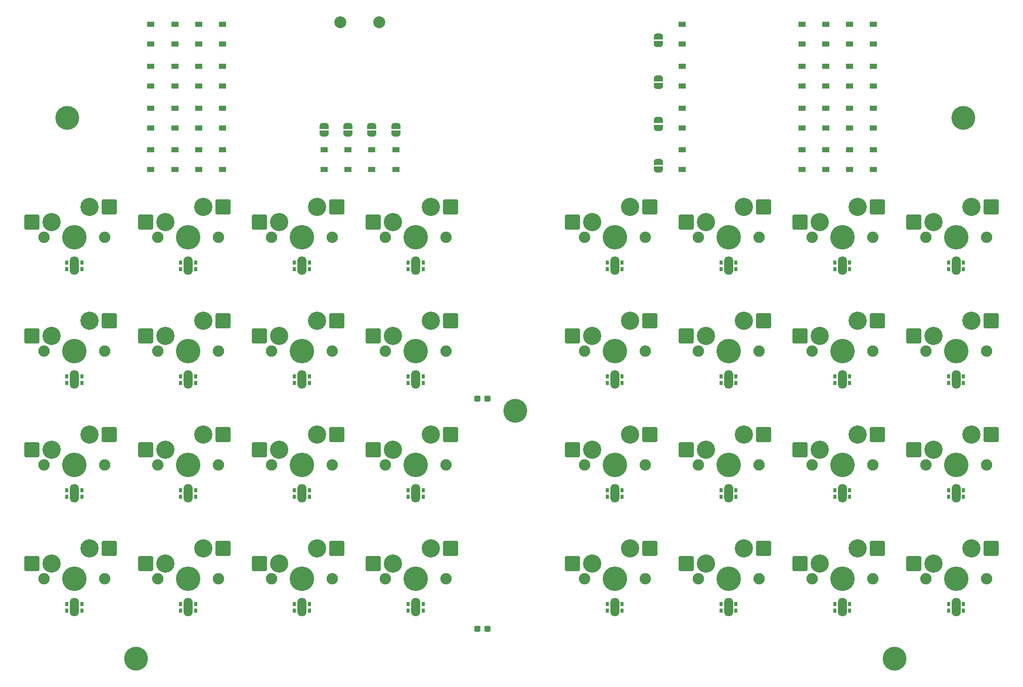
<source format=gbr>
%TF.GenerationSoftware,KiCad,Pcbnew,(6.0.1)*%
%TF.CreationDate,2022-06-19T08:49:54+09:00*%
%TF.ProjectId,yuiop32dm-main,7975696f-7033-4326-946d-2d6d61696e2e,1*%
%TF.SameCoordinates,Original*%
%TF.FileFunction,Soldermask,Bot*%
%TF.FilePolarity,Negative*%
%FSLAX46Y46*%
G04 Gerber Fmt 4.6, Leading zero omitted, Abs format (unit mm)*
G04 Created by KiCad (PCBNEW (6.0.1)) date 2022-06-19 08:49:54*
%MOMM*%
%LPD*%
G01*
G04 APERTURE LIST*
G04 Aperture macros list*
%AMRoundRect*
0 Rectangle with rounded corners*
0 $1 Rounding radius*
0 $2 $3 $4 $5 $6 $7 $8 $9 X,Y pos of 4 corners*
0 Add a 4 corners polygon primitive as box body*
4,1,4,$2,$3,$4,$5,$6,$7,$8,$9,$2,$3,0*
0 Add four circle primitives for the rounded corners*
1,1,$1+$1,$2,$3*
1,1,$1+$1,$4,$5*
1,1,$1+$1,$6,$7*
1,1,$1+$1,$8,$9*
0 Add four rect primitives between the rounded corners*
20,1,$1+$1,$2,$3,$4,$5,0*
20,1,$1+$1,$4,$5,$6,$7,0*
20,1,$1+$1,$6,$7,$8,$9,0*
20,1,$1+$1,$8,$9,$2,$3,0*%
%AMFreePoly0*
4,1,22,0.500000,-0.750000,0.000000,-0.750000,0.000000,-0.745033,-0.079941,-0.743568,-0.215256,-0.701293,-0.333266,-0.622738,-0.424486,-0.514219,-0.481581,-0.384460,-0.499164,-0.250000,-0.500000,-0.250000,-0.500000,0.250000,-0.499164,0.250000,-0.499963,0.256109,-0.478152,0.396186,-0.417904,0.524511,-0.324060,0.630769,-0.204165,0.706417,-0.067858,0.745374,0.000000,0.744959,0.000000,0.750000,
0.500000,0.750000,0.500000,-0.750000,0.500000,-0.750000,$1*%
%AMFreePoly1*
4,1,20,0.000000,0.744959,0.073905,0.744508,0.209726,0.703889,0.328688,0.626782,0.421226,0.519385,0.479903,0.390333,0.500000,0.250000,0.500000,-0.250000,0.499851,-0.262216,0.476331,-0.402017,0.414519,-0.529596,0.319384,-0.634700,0.198574,-0.708877,0.061801,-0.746166,0.000000,-0.745033,0.000000,-0.750000,-0.500000,-0.750000,-0.500000,0.750000,0.000000,0.750000,0.000000,0.744959,
0.000000,0.744959,$1*%
G04 Aperture macros list end*
%ADD10C,1.900000*%
%ADD11C,3.050000*%
%ADD12C,4.100000*%
%ADD13C,1.000000*%
%ADD14RoundRect,0.250000X-1.025000X-1.000000X1.025000X-1.000000X1.025000X1.000000X-1.025000X1.000000X0*%
%ADD15R,1.200000X0.900000*%
%ADD16O,1.500000X3.150000*%
%ADD17R,0.600000X0.700000*%
%ADD18C,4.000000*%
%ADD19C,2.000000*%
%ADD20FreePoly0,90.000000*%
%ADD21FreePoly1,90.000000*%
%ADD22FreePoly0,270.000000*%
%ADD23FreePoly1,270.000000*%
%ADD24RoundRect,0.237500X0.300000X0.237500X-0.300000X0.237500X-0.300000X-0.237500X0.300000X-0.237500X0*%
G04 APERTURE END LIST*
D10*
%TO.C,KSW14*%
X199688750Y-128100000D03*
D11*
X200958750Y-125560000D03*
D10*
X209848750Y-128100000D03*
D11*
X207308750Y-123020000D03*
D12*
X204768750Y-128100000D03*
D13*
X197683750Y-125560000D03*
D14*
X197683750Y-125560000D03*
D13*
X210610750Y-123020000D03*
D14*
X210610750Y-123020000D03*
%TD*%
D15*
%TO.C,D30*%
X97000000Y-59650000D03*
X97000000Y-56350000D03*
%TD*%
%TO.C,D7*%
X202000000Y-45650000D03*
X202000000Y-42350000D03*
%TD*%
D16*
%TO.C,LED20*%
X166668750Y-113812500D03*
D17*
X165418750Y-113262500D03*
X165418750Y-114362500D03*
X167918750Y-114362500D03*
X167918750Y-113262500D03*
%TD*%
D15*
%TO.C,D39*%
X122000000Y-59650000D03*
X122000000Y-56350000D03*
%TD*%
D16*
%TO.C,LED15*%
X204768750Y-94762500D03*
D17*
X206018750Y-95312500D03*
X206018750Y-94212500D03*
X203518750Y-94212500D03*
X203518750Y-95312500D03*
%TD*%
D11*
%TO.C,KSW8*%
X162858750Y-87460000D03*
D12*
X166668750Y-90000000D03*
D11*
X169208750Y-84920000D03*
D10*
X171748750Y-90000000D03*
X161588750Y-90000000D03*
D13*
X159583750Y-87460000D03*
D14*
X159583750Y-87460000D03*
X172510750Y-84920000D03*
D13*
X172510750Y-84920000D03*
%TD*%
D16*
%TO.C,LED19*%
X185718750Y-113812500D03*
D17*
X184468750Y-113262500D03*
X184468750Y-114362500D03*
X186968750Y-114362500D03*
X186968750Y-113262500D03*
%TD*%
D15*
%TO.C,D25*%
X101000000Y-52650000D03*
X101000000Y-49350000D03*
%TD*%
%TO.C,D17*%
X101000000Y-38650000D03*
X101000000Y-35350000D03*
%TD*%
%TO.C,D23*%
X93000000Y-45650000D03*
X93000000Y-42350000D03*
%TD*%
D16*
%TO.C,LED1*%
X223818750Y-75712500D03*
D17*
X222568750Y-75162500D03*
X222568750Y-76262500D03*
X225068750Y-76262500D03*
X225068750Y-75162500D03*
%TD*%
D15*
%TO.C,D19*%
X93000000Y-38650000D03*
X93000000Y-35350000D03*
%TD*%
%TO.C,D1*%
X210000000Y-38650000D03*
X210000000Y-35350000D03*
%TD*%
%TO.C,D14*%
X206000000Y-59650000D03*
X206000000Y-56350000D03*
%TD*%
D18*
%TO.C,H4*%
X213500000Y-141500000D03*
%TD*%
D15*
%TO.C,D40*%
X118000000Y-59650000D03*
X118000000Y-56350000D03*
%TD*%
%TO.C,D16*%
X198000000Y-59650000D03*
X198000000Y-56350000D03*
%TD*%
%TO.C,D38*%
X126000000Y-59650000D03*
X126000000Y-56350000D03*
%TD*%
D16*
%TO.C,LED9*%
X76181250Y-94762500D03*
D17*
X77431250Y-95312500D03*
X77431250Y-94212500D03*
X74931250Y-94212500D03*
X74931250Y-95312500D03*
%TD*%
D15*
%TO.C,D33*%
X178000000Y-38650000D03*
X178000000Y-35350000D03*
%TD*%
D11*
%TO.C,KSW9*%
X226358750Y-103970000D03*
D12*
X223818750Y-109050000D03*
D10*
X228898750Y-109050000D03*
D11*
X220008750Y-106510000D03*
D10*
X218738750Y-109050000D03*
D13*
X216733750Y-106510000D03*
D14*
X216733750Y-106510000D03*
D13*
X229660750Y-103970000D03*
D14*
X229660750Y-103970000D03*
%TD*%
D12*
%TO.C,KSW5*%
X223818750Y-90000000D03*
D11*
X220008750Y-87460000D03*
D10*
X218738750Y-90000000D03*
X228898750Y-90000000D03*
D11*
X226358750Y-84920000D03*
D14*
X216733750Y-87460000D03*
D13*
X216733750Y-87460000D03*
X229660750Y-84920000D03*
D14*
X229660750Y-84920000D03*
%TD*%
D15*
%TO.C,D28*%
X89000000Y-52650000D03*
X89000000Y-49350000D03*
%TD*%
D19*
%TO.C,RSW1*%
X127250000Y-35000000D03*
X120750000Y-35000000D03*
%TD*%
D16*
%TO.C,LED13*%
X166668750Y-94762500D03*
D17*
X167918750Y-95312500D03*
X167918750Y-94212500D03*
X165418750Y-94212500D03*
X165418750Y-95312500D03*
%TD*%
D10*
%TO.C,KSW3*%
X180638750Y-70950000D03*
D12*
X185718750Y-70950000D03*
D10*
X190798750Y-70950000D03*
D11*
X188258750Y-65870000D03*
X181908750Y-68410000D03*
D13*
X178633750Y-68410000D03*
D14*
X178633750Y-68410000D03*
X191560750Y-65870000D03*
D13*
X191560750Y-65870000D03*
%TD*%
D10*
%TO.C,KSW26*%
X109201250Y-109050000D03*
D11*
X110471250Y-106510000D03*
X116821250Y-103970000D03*
D10*
X119361250Y-109050000D03*
D12*
X114281250Y-109050000D03*
D14*
X107196250Y-106510000D03*
D13*
X107196250Y-106510000D03*
X120123250Y-103970000D03*
D14*
X120123250Y-103970000D03*
%TD*%
D15*
%TO.C,D9*%
X210000000Y-52650000D03*
X210000000Y-49350000D03*
%TD*%
D11*
%TO.C,KSW24*%
X72371250Y-87460000D03*
D12*
X76181250Y-90000000D03*
D10*
X81261250Y-90000000D03*
D11*
X78721250Y-84920000D03*
D10*
X71101250Y-90000000D03*
D13*
X69096250Y-87460000D03*
D14*
X69096250Y-87460000D03*
D13*
X82023250Y-84920000D03*
D14*
X82023250Y-84920000D03*
%TD*%
D16*
%TO.C,LED6*%
X114281250Y-75712500D03*
D17*
X113031250Y-75162500D03*
X113031250Y-76262500D03*
X115531250Y-76262500D03*
X115531250Y-75162500D03*
%TD*%
D11*
%TO.C,KSW15*%
X188258750Y-123020000D03*
X181908750Y-125560000D03*
D10*
X190798750Y-128100000D03*
X180638750Y-128100000D03*
D12*
X185718750Y-128100000D03*
D14*
X178633750Y-125560000D03*
D13*
X178633750Y-125560000D03*
X191560750Y-123020000D03*
D14*
X191560750Y-123020000D03*
%TD*%
D10*
%TO.C,KSW29*%
X138411250Y-128100000D03*
D12*
X133331250Y-128100000D03*
D10*
X128251250Y-128100000D03*
D11*
X129521250Y-125560000D03*
X135871250Y-123020000D03*
D14*
X126246250Y-125560000D03*
D13*
X126246250Y-125560000D03*
X139173250Y-123020000D03*
D14*
X139173250Y-123020000D03*
%TD*%
D10*
%TO.C,KSW23*%
X100311250Y-90000000D03*
D11*
X91421250Y-87460000D03*
D10*
X90151250Y-90000000D03*
D12*
X95231250Y-90000000D03*
D11*
X97771250Y-84920000D03*
D13*
X88146250Y-87460000D03*
D14*
X88146250Y-87460000D03*
X101073250Y-84920000D03*
D13*
X101073250Y-84920000D03*
%TD*%
D16*
%TO.C,LED12*%
X133331250Y-94762500D03*
D17*
X134581250Y-95312500D03*
X134581250Y-94212500D03*
X132081250Y-94212500D03*
X132081250Y-95312500D03*
%TD*%
D12*
%TO.C,KSW21*%
X133331250Y-90000000D03*
D11*
X129521250Y-87460000D03*
X135871250Y-84920000D03*
D10*
X128251250Y-90000000D03*
X138411250Y-90000000D03*
D13*
X126246250Y-87460000D03*
D14*
X126246250Y-87460000D03*
D13*
X139173250Y-84920000D03*
D14*
X139173250Y-84920000D03*
%TD*%
D16*
%TO.C,LED26*%
X95231250Y-132862500D03*
D17*
X96481250Y-133412500D03*
X96481250Y-132312500D03*
X93981250Y-132312500D03*
X93981250Y-133412500D03*
%TD*%
D10*
%TO.C,KSW19*%
X100311250Y-70950000D03*
D11*
X91421250Y-68410000D03*
X97771250Y-65870000D03*
D12*
X95231250Y-70950000D03*
D10*
X90151250Y-70950000D03*
D14*
X88146250Y-68410000D03*
D13*
X88146250Y-68410000D03*
D14*
X101073250Y-65870000D03*
D13*
X101073250Y-65870000D03*
%TD*%
D16*
%TO.C,LED25*%
X76181250Y-132862500D03*
D17*
X77431250Y-133412500D03*
X77431250Y-132312500D03*
X74931250Y-132312500D03*
X74931250Y-133412500D03*
%TD*%
D12*
%TO.C,KSW30*%
X114281250Y-128100000D03*
D10*
X119361250Y-128100000D03*
D11*
X116821250Y-123020000D03*
X110471250Y-125560000D03*
D10*
X109201250Y-128100000D03*
D13*
X107196250Y-125560000D03*
D14*
X107196250Y-125560000D03*
D13*
X120123250Y-123020000D03*
D14*
X120123250Y-123020000D03*
%TD*%
D15*
%TO.C,D32*%
X89000000Y-59650000D03*
X89000000Y-56350000D03*
%TD*%
D11*
%TO.C,KSW20*%
X72371250Y-68410000D03*
D12*
X76181250Y-70950000D03*
D11*
X78721250Y-65870000D03*
D10*
X81261250Y-70950000D03*
X71101250Y-70950000D03*
D13*
X69096250Y-68410000D03*
D14*
X69096250Y-68410000D03*
X82023250Y-65870000D03*
D13*
X82023250Y-65870000D03*
%TD*%
D15*
%TO.C,D12*%
X198000000Y-52650000D03*
X198000000Y-49350000D03*
%TD*%
%TO.C,D22*%
X97000000Y-45650000D03*
X97000000Y-42350000D03*
%TD*%
D10*
%TO.C,KSW10*%
X199688750Y-109050000D03*
D11*
X207308750Y-103970000D03*
D10*
X209848750Y-109050000D03*
D11*
X200958750Y-106510000D03*
D12*
X204768750Y-109050000D03*
D14*
X197683750Y-106510000D03*
D13*
X197683750Y-106510000D03*
X210610750Y-103970000D03*
D14*
X210610750Y-103970000D03*
%TD*%
D12*
%TO.C,KSW7*%
X185718750Y-90000000D03*
D10*
X190798750Y-90000000D03*
D11*
X181908750Y-87460000D03*
X188258750Y-84920000D03*
D10*
X180638750Y-90000000D03*
D14*
X178633750Y-87460000D03*
D13*
X178633750Y-87460000D03*
D14*
X191560750Y-84920000D03*
D13*
X191560750Y-84920000D03*
%TD*%
D11*
%TO.C,KSW13*%
X220008750Y-125560000D03*
D10*
X218738750Y-128100000D03*
D11*
X226358750Y-123020000D03*
D12*
X223818750Y-128100000D03*
D10*
X228898750Y-128100000D03*
D14*
X216733750Y-125560000D03*
D13*
X216733750Y-125560000D03*
D14*
X229660750Y-123020000D03*
D13*
X229660750Y-123020000D03*
%TD*%
D12*
%TO.C,KSW18*%
X114281250Y-70950000D03*
D11*
X116821250Y-65870000D03*
D10*
X109201250Y-70950000D03*
X119361250Y-70950000D03*
D11*
X110471250Y-68410000D03*
D14*
X107196250Y-68410000D03*
D13*
X107196250Y-68410000D03*
X120123250Y-65870000D03*
D14*
X120123250Y-65870000D03*
%TD*%
D10*
%TO.C,KSW1*%
X228898750Y-70950000D03*
X218738750Y-70950000D03*
D11*
X220008750Y-68410000D03*
X226358750Y-65870000D03*
D12*
X223818750Y-70950000D03*
D14*
X216733750Y-68410000D03*
D13*
X216733750Y-68410000D03*
X229660750Y-65870000D03*
D14*
X229660750Y-65870000D03*
%TD*%
D18*
%TO.C,H1*%
X75000000Y-51000000D03*
%TD*%
D16*
%TO.C,LED17*%
X223818750Y-113812500D03*
D17*
X222568750Y-113262500D03*
X222568750Y-114362500D03*
X225068750Y-114362500D03*
X225068750Y-113262500D03*
%TD*%
D11*
%TO.C,KSW4*%
X169208750Y-65870000D03*
D10*
X161588750Y-70950000D03*
D12*
X166668750Y-70950000D03*
D11*
X162858750Y-68410000D03*
D10*
X171748750Y-70950000D03*
D13*
X159583750Y-68410000D03*
D14*
X159583750Y-68410000D03*
X172510750Y-65870000D03*
D13*
X172510750Y-65870000D03*
%TD*%
D15*
%TO.C,D4*%
X198000000Y-38650000D03*
X198000000Y-35350000D03*
%TD*%
D12*
%TO.C,KSW32*%
X76181250Y-128100000D03*
D11*
X72371250Y-125560000D03*
D10*
X71101250Y-128100000D03*
X81261250Y-128100000D03*
D11*
X78721250Y-123020000D03*
D13*
X69096250Y-125560000D03*
D14*
X69096250Y-125560000D03*
X82023250Y-123020000D03*
D13*
X82023250Y-123020000D03*
%TD*%
D15*
%TO.C,D27*%
X93000000Y-52650000D03*
X93000000Y-49350000D03*
%TD*%
%TO.C,D36*%
X178000000Y-59650000D03*
X178000000Y-56350000D03*
%TD*%
D16*
%TO.C,LED8*%
X76181250Y-75712500D03*
D17*
X74931250Y-75162500D03*
X74931250Y-76262500D03*
X77431250Y-76262500D03*
X77431250Y-75162500D03*
%TD*%
D16*
%TO.C,LED4*%
X166668750Y-75712500D03*
D17*
X165418750Y-75162500D03*
X165418750Y-76262500D03*
X167918750Y-76262500D03*
X167918750Y-75162500D03*
%TD*%
D16*
%TO.C,LED3*%
X185718750Y-75712500D03*
D17*
X184468750Y-75162500D03*
X184468750Y-76262500D03*
X186968750Y-76262500D03*
X186968750Y-75162500D03*
%TD*%
D16*
%TO.C,LED23*%
X95231250Y-113812500D03*
D17*
X93981250Y-113262500D03*
X93981250Y-114362500D03*
X96481250Y-114362500D03*
X96481250Y-113262500D03*
%TD*%
D16*
%TO.C,LED10*%
X95231250Y-94762500D03*
D17*
X96481250Y-95312500D03*
X96481250Y-94212500D03*
X93981250Y-94212500D03*
X93981250Y-95312500D03*
%TD*%
D16*
%TO.C,LED28*%
X133331250Y-132862500D03*
D17*
X134581250Y-133412500D03*
X134581250Y-132312500D03*
X132081250Y-132312500D03*
X132081250Y-133412500D03*
%TD*%
D11*
%TO.C,KSW31*%
X91421250Y-125560000D03*
X97771250Y-123020000D03*
D10*
X90151250Y-128100000D03*
X100311250Y-128100000D03*
D12*
X95231250Y-128100000D03*
D13*
X88146250Y-125560000D03*
D14*
X88146250Y-125560000D03*
D13*
X101073250Y-123020000D03*
D14*
X101073250Y-123020000D03*
%TD*%
D16*
%TO.C,LED24*%
X76181250Y-113812500D03*
D17*
X74931250Y-113262500D03*
X74931250Y-114362500D03*
X77431250Y-114362500D03*
X77431250Y-113262500D03*
%TD*%
D11*
%TO.C,KSW11*%
X188258750Y-103970000D03*
D12*
X185718750Y-109050000D03*
D10*
X180638750Y-109050000D03*
X190798750Y-109050000D03*
D11*
X181908750Y-106510000D03*
D13*
X178633750Y-106510000D03*
D14*
X178633750Y-106510000D03*
D13*
X191560750Y-103970000D03*
D14*
X191560750Y-103970000D03*
%TD*%
D15*
%TO.C,D21*%
X101000000Y-45650000D03*
X101000000Y-42350000D03*
%TD*%
%TO.C,D34*%
X178000000Y-45650000D03*
X178000000Y-42350000D03*
%TD*%
D18*
%TO.C,H3*%
X86500000Y-141500000D03*
%TD*%
D15*
%TO.C,D31*%
X93000000Y-59650000D03*
X93000000Y-56350000D03*
%TD*%
%TO.C,D15*%
X202000000Y-59650000D03*
X202000000Y-56350000D03*
%TD*%
%TO.C,D29*%
X101000000Y-59650000D03*
X101000000Y-56350000D03*
%TD*%
D16*
%TO.C,LED7*%
X95231250Y-75712500D03*
D17*
X93981250Y-75162500D03*
X93981250Y-76262500D03*
X96481250Y-76262500D03*
X96481250Y-75162500D03*
%TD*%
D15*
%TO.C,D35*%
X178000000Y-52650000D03*
X178000000Y-49350000D03*
%TD*%
%TO.C,D13*%
X210000000Y-59650000D03*
X210000000Y-56350000D03*
%TD*%
D10*
%TO.C,KSW2*%
X209848750Y-70950000D03*
D11*
X200958750Y-68410000D03*
D12*
X204768750Y-70950000D03*
D11*
X207308750Y-65870000D03*
D10*
X199688750Y-70950000D03*
D14*
X197683750Y-68410000D03*
D13*
X197683750Y-68410000D03*
D14*
X210610750Y-65870000D03*
D13*
X210610750Y-65870000D03*
%TD*%
D16*
%TO.C,LED5*%
X133331250Y-75712500D03*
D17*
X132081250Y-75162500D03*
X132081250Y-76262500D03*
X134581250Y-76262500D03*
X134581250Y-75162500D03*
%TD*%
D11*
%TO.C,KSW25*%
X129521250Y-106510000D03*
D10*
X138411250Y-109050000D03*
D11*
X135871250Y-103970000D03*
D10*
X128251250Y-109050000D03*
D12*
X133331250Y-109050000D03*
D14*
X126246250Y-106510000D03*
D13*
X126246250Y-106510000D03*
D14*
X139173250Y-103970000D03*
D13*
X139173250Y-103970000D03*
%TD*%
D11*
%TO.C,KSW27*%
X91421250Y-106510000D03*
D10*
X100311250Y-109050000D03*
D11*
X97771250Y-103970000D03*
D10*
X90151250Y-109050000D03*
D12*
X95231250Y-109050000D03*
D14*
X88146250Y-106510000D03*
D13*
X88146250Y-106510000D03*
D14*
X101073250Y-103970000D03*
D13*
X101073250Y-103970000D03*
%TD*%
D16*
%TO.C,LED29*%
X166668750Y-132862500D03*
D17*
X167918750Y-133412500D03*
X167918750Y-132312500D03*
X165418750Y-132312500D03*
X165418750Y-133412500D03*
%TD*%
D16*
%TO.C,LED30*%
X185718750Y-132862500D03*
D17*
X186968750Y-133412500D03*
X186968750Y-132312500D03*
X184468750Y-132312500D03*
X184468750Y-133412500D03*
%TD*%
D18*
%TO.C,H5*%
X150000000Y-100000000D03*
%TD*%
D10*
%TO.C,KSW28*%
X81261250Y-109050000D03*
D11*
X72371250Y-106510000D03*
X78721250Y-103970000D03*
D12*
X76181250Y-109050000D03*
D10*
X71101250Y-109050000D03*
D13*
X69096250Y-106510000D03*
D14*
X69096250Y-106510000D03*
X82023250Y-103970000D03*
D13*
X82023250Y-103970000D03*
%TD*%
D16*
%TO.C,LED2*%
X204768750Y-75712500D03*
D17*
X203518750Y-75162500D03*
X203518750Y-76262500D03*
X206018750Y-76262500D03*
X206018750Y-75162500D03*
%TD*%
D15*
%TO.C,D37*%
X130000000Y-59650000D03*
X130000000Y-56350000D03*
%TD*%
D16*
%TO.C,LED11*%
X114281250Y-94762500D03*
D17*
X115531250Y-95312500D03*
X115531250Y-94212500D03*
X113031250Y-94212500D03*
X113031250Y-95312500D03*
%TD*%
D15*
%TO.C,D11*%
X202000000Y-52650000D03*
X202000000Y-49350000D03*
%TD*%
%TO.C,D5*%
X210000000Y-45650000D03*
X210000000Y-42350000D03*
%TD*%
%TO.C,D8*%
X198000000Y-45650000D03*
X198000000Y-42350000D03*
%TD*%
%TO.C,D2*%
X206000000Y-38650000D03*
X206000000Y-35350000D03*
%TD*%
D16*
%TO.C,LED27*%
X114281250Y-132862500D03*
D17*
X115531250Y-133412500D03*
X115531250Y-132312500D03*
X113031250Y-132312500D03*
X113031250Y-133412500D03*
%TD*%
D16*
%TO.C,LED18*%
X204768750Y-113812500D03*
D17*
X203518750Y-113262500D03*
X203518750Y-114362500D03*
X206018750Y-114362500D03*
X206018750Y-113262500D03*
%TD*%
D15*
%TO.C,D26*%
X97000000Y-52650000D03*
X97000000Y-49350000D03*
%TD*%
%TO.C,D24*%
X89000000Y-45650000D03*
X89000000Y-42350000D03*
%TD*%
D16*
%TO.C,LED16*%
X223818750Y-94762500D03*
D17*
X225068750Y-95312500D03*
X225068750Y-94212500D03*
X222568750Y-94212500D03*
X222568750Y-95312500D03*
%TD*%
D11*
%TO.C,KSW12*%
X162858750Y-106510000D03*
D10*
X171748750Y-109050000D03*
D12*
X166668750Y-109050000D03*
D10*
X161588750Y-109050000D03*
D11*
X169208750Y-103970000D03*
D13*
X159583750Y-106510000D03*
D14*
X159583750Y-106510000D03*
X172510750Y-103970000D03*
D13*
X172510750Y-103970000D03*
%TD*%
D18*
%TO.C,H2*%
X225000000Y-51000000D03*
%TD*%
D15*
%TO.C,D3*%
X202000000Y-38650000D03*
X202000000Y-35350000D03*
%TD*%
D12*
%TO.C,KSW22*%
X114281250Y-90000000D03*
D11*
X110471250Y-87460000D03*
X116821250Y-84920000D03*
D10*
X109201250Y-90000000D03*
X119361250Y-90000000D03*
D13*
X107196250Y-87460000D03*
D14*
X107196250Y-87460000D03*
X120123250Y-84920000D03*
D13*
X120123250Y-84920000D03*
%TD*%
D11*
%TO.C,KSW16*%
X162858750Y-125560000D03*
D10*
X161588750Y-128100000D03*
D12*
X166668750Y-128100000D03*
D10*
X171748750Y-128100000D03*
D11*
X169208750Y-123020000D03*
D14*
X159583750Y-125560000D03*
D13*
X159583750Y-125560000D03*
D14*
X172510750Y-123020000D03*
D13*
X172510750Y-123020000D03*
%TD*%
D15*
%TO.C,D20*%
X89000000Y-38650000D03*
X89000000Y-35350000D03*
%TD*%
D11*
%TO.C,KSW17*%
X129521250Y-68410000D03*
D12*
X133331250Y-70950000D03*
D11*
X135871250Y-65870000D03*
D10*
X138411250Y-70950000D03*
X128251250Y-70950000D03*
D13*
X126246250Y-68410000D03*
D14*
X126246250Y-68410000D03*
D13*
X139173250Y-65870000D03*
D14*
X139173250Y-65870000D03*
%TD*%
D16*
%TO.C,LED31*%
X204768750Y-132862500D03*
D17*
X206018750Y-133412500D03*
X206018750Y-132312500D03*
X203518750Y-132312500D03*
X203518750Y-133412500D03*
%TD*%
D16*
%TO.C,LED21*%
X133331250Y-113812500D03*
D17*
X132081250Y-113262500D03*
X132081250Y-114362500D03*
X134581250Y-114362500D03*
X134581250Y-113262500D03*
%TD*%
D11*
%TO.C,KSW6*%
X207308750Y-84920000D03*
D10*
X199688750Y-90000000D03*
D11*
X200958750Y-87460000D03*
D12*
X204768750Y-90000000D03*
D10*
X209848750Y-90000000D03*
D13*
X197683750Y-87460000D03*
D14*
X197683750Y-87460000D03*
D13*
X210610750Y-84920000D03*
D14*
X210610750Y-84920000D03*
%TD*%
D15*
%TO.C,D10*%
X206000000Y-52650000D03*
X206000000Y-49350000D03*
%TD*%
D16*
%TO.C,LED32*%
X223818750Y-132862500D03*
D17*
X225068750Y-133412500D03*
X225068750Y-132312500D03*
X222568750Y-132312500D03*
X222568750Y-133412500D03*
%TD*%
D16*
%TO.C,LED22*%
X114281250Y-113812500D03*
D17*
X113031250Y-113262500D03*
X113031250Y-114362500D03*
X115531250Y-114362500D03*
X115531250Y-113262500D03*
%TD*%
D16*
%TO.C,LED14*%
X185718750Y-94762500D03*
D17*
X186968750Y-95312500D03*
X186968750Y-94212500D03*
X184468750Y-94212500D03*
X184468750Y-95312500D03*
%TD*%
D15*
%TO.C,D6*%
X206000000Y-45650000D03*
X206000000Y-42350000D03*
%TD*%
%TO.C,D18*%
X97000000Y-38650000D03*
X97000000Y-35350000D03*
%TD*%
D20*
%TO.C,JP2*%
X174000000Y-45650000D03*
D21*
X174000000Y-44350000D03*
%TD*%
D22*
%TO.C,JP8*%
X118000000Y-52350000D03*
D23*
X118000000Y-53650000D03*
%TD*%
D20*
%TO.C,JP1*%
X174000000Y-38650000D03*
D21*
X174000000Y-37350000D03*
%TD*%
D22*
%TO.C,JP5*%
X130000000Y-52350000D03*
D23*
X130000000Y-53650000D03*
%TD*%
D22*
%TO.C,JP7*%
X122000000Y-52350000D03*
D23*
X122000000Y-53650000D03*
%TD*%
D24*
%TO.C,C2*%
X145362500Y-98000000D03*
X143637500Y-98000000D03*
%TD*%
D22*
%TO.C,JP6*%
X126000000Y-52350000D03*
D23*
X126000000Y-53650000D03*
%TD*%
D20*
%TO.C,JP3*%
X174000000Y-52650000D03*
D21*
X174000000Y-51350000D03*
%TD*%
D20*
%TO.C,JP4*%
X174000000Y-59650000D03*
D21*
X174000000Y-58350000D03*
%TD*%
D24*
%TO.C,C1*%
X145362500Y-136500000D03*
X143637500Y-136500000D03*
%TD*%
M02*

</source>
